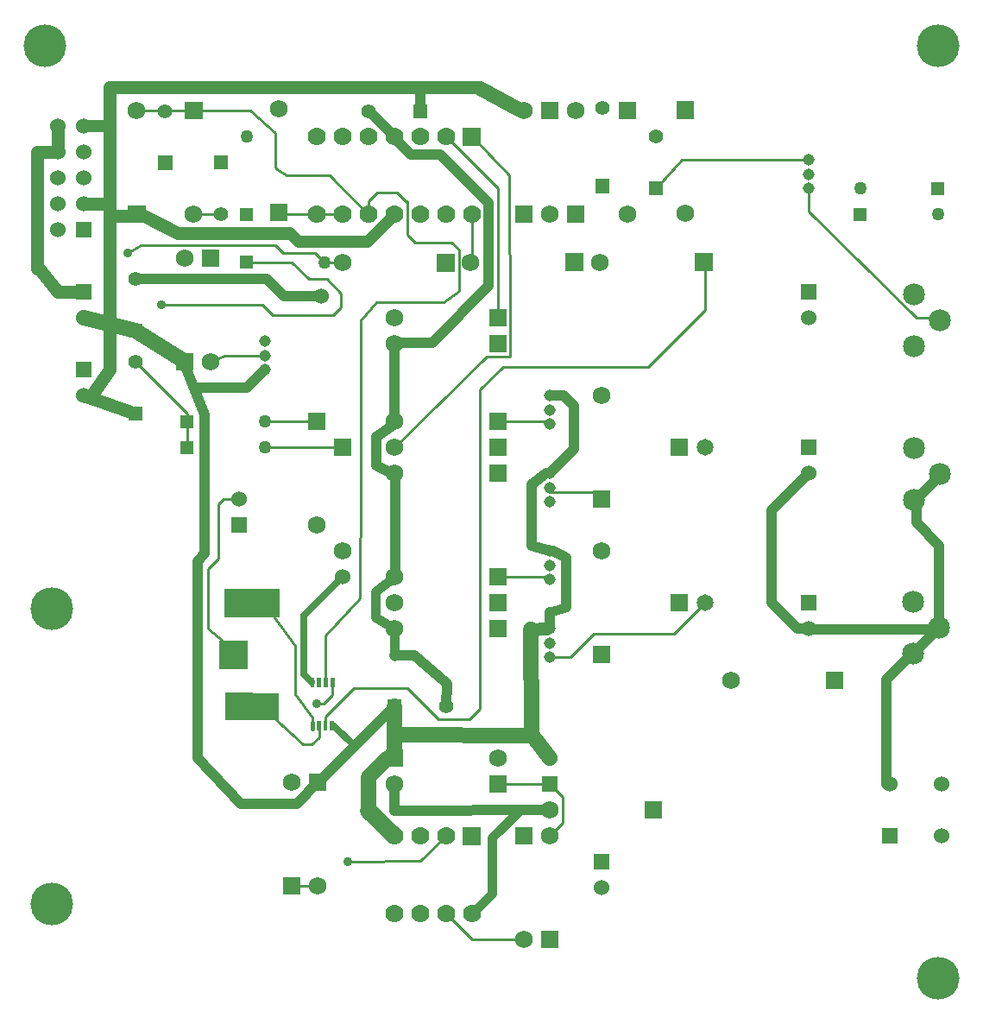
<source format=gtl>
G04 start of page 2 for group 0 idx 0 *
G04 Title: (unknown), top *
G04 Creator: pcb 20110918 *
G04 CreationDate: Mon 05 May 2014 14:42:08 GMT UTC *
G04 For: ksarkies *
G04 Format: Gerber/RS-274X *
G04 PCB-Dimensions: 390000 390000 *
G04 PCB-Coordinate-Origin: lower left *
%MOIN*%
%FSLAX25Y25*%
%LNTOP*%
%ADD35C,0.0430*%
%ADD34C,0.1140*%
%ADD33C,0.0280*%
%ADD32C,0.0300*%
%ADD31C,0.0290*%
%ADD30C,0.0380*%
%ADD29C,0.0200*%
%ADD28C,0.0360*%
%ADD27C,0.0160*%
%ADD26R,0.0160X0.0160*%
%ADD25C,0.1650*%
%ADD24C,0.0700*%
%ADD23C,0.0850*%
%ADD22C,0.0680*%
%ADD21C,0.0001*%
%ADD20C,0.0650*%
%ADD19C,0.0250*%
%ADD18C,0.0350*%
%ADD17C,0.0150*%
%ADD16C,0.0600*%
%ADD15C,0.0450*%
%ADD14C,0.0500*%
%ADD13C,0.0550*%
%ADD12C,0.0400*%
%ADD11C,0.0100*%
G54D11*X193428Y358300D02*X193500Y358800D01*
X209000Y350000D03*
X320000Y311000D02*X361750Y270000D01*
X280000Y290000D02*Y273000D01*
G54D12*X196500Y314300D02*Y282300D01*
G54D11*X320000Y331000D02*X271000D01*
X320000Y311000D02*Y320000D01*
X261000D02*X271000Y331000D01*
X209000Y350000D02*X210000D01*
X370000Y270000D02*X361750D01*
X280000Y273000D02*X258000Y251000D01*
X202000D01*
G54D13*X193100Y358700D02*X209000Y350000D01*
G54D12*X170000D02*Y358586D01*
X169700Y358886D01*
X150000Y350000D02*X160000Y340000D01*
G54D11*X86100Y350000D02*X104500D01*
X114100Y341200D01*
X104500Y350000D02*X85500D01*
X86100D01*
X85500D03*
X104500D03*
X85500D02*X63500D01*
G54D14*X192959Y358900D02*X50000Y359000D01*
G54D15*Y344000D02*X40000D01*
G54D11*X149700Y310100D02*X135000Y325000D01*
X118500D02*X135000D01*
X116500Y310000D02*X130000D01*
G54D15*X119800Y302600D02*X122900Y299500D01*
G54D11*X129500Y295000D03*
X117000D02*X129500D01*
X133000Y291500D02*X129500Y295000D01*
G54D15*X122900Y299500D02*X149700D01*
G54D11*X130000Y310000D02*X140000D01*
X150000Y310600D02*Y310100D01*
Y310000D02*Y310100D01*
X149700D01*
X134000Y285000D02*X127000D01*
X133250Y291250D02*X138850D01*
X140400Y289700D01*
X127000Y285000D02*X120500Y291500D01*
X114600Y327400D02*X118500Y325000D01*
X114100Y341200D02*Y327900D01*
X114000Y298000D02*X117000Y295000D01*
G54D12*X78950Y252450D02*Y252650D01*
G54D14*X50000Y250000D02*Y292900D01*
G54D11*X70000Y275000D02*X109000D01*
G54D16*X60000Y265000D02*X78700Y253400D01*
G54D11*X94500Y255500D02*X89000Y253000D01*
G54D12*X110000Y250000D02*X103000Y243000D01*
X83000D01*
G54D11*X82664Y243336D01*
G54D14*X50000Y293000D02*Y359000D01*
G54D11*X57000Y295000D02*X62000Y298000D01*
G54D14*X63500Y309200D02*X51200D01*
G54D11*X50000Y308000D01*
X110000Y255500D02*X94500D01*
X62000Y298000D02*X114000D01*
X93000Y310000D02*X85500D01*
X120500Y291500D02*X103000D01*
X114100Y327900D02*X114600Y327400D01*
X63500Y310000D02*Y309200D01*
G54D14*X76400Y302800D01*
G54D11*X93000Y310000D02*Y309400D01*
G54D14*X76400Y302800D02*X119000D01*
G54D11*X119200Y302600D01*
G54D17*X119800D01*
G54D11*X93000Y310000D02*Y309400D01*
G54D12*X110800Y284900D02*X60100D01*
G54D18*X60000Y285000D02*Y285100D01*
X59900D01*
G54D11*X20000Y320000D02*X22000Y322000D01*
G54D14*X50000Y314000D02*X40000D01*
X22000Y334000D02*X30000D01*
Y344000D01*
Y280000D02*X22000Y290000D01*
Y289000D02*Y334000D01*
G54D12*X60100Y284900D02*X59900Y285100D01*
X60000Y285000D02*Y285100D01*
X59900D01*
X39800Y270100D02*X39900Y270000D01*
G54D16*X60000Y265000D02*X40000Y270000D01*
X39900D01*
X40000D02*X39900D01*
X60000Y265000D03*
G54D12*X39900Y240100D02*X40000Y240000D01*
G54D14*X60000Y233000D01*
G54D12*X59800D01*
X78550Y252750D02*X86600Y232700D01*
G54D11*X40000Y240000D02*X43000D01*
G54D14*X50000Y250000D01*
G54D11*X80000Y233000D02*X60000Y253000D01*
G54D14*X40000Y280000D02*X30000D01*
G54D11*X200000Y320000D02*X180000Y340000D01*
X204500Y324900D02*X190000Y340000D01*
G54D12*X166300Y333000D02*X177800D01*
X196500Y314300D01*
G54D11*X204500Y324900D02*X204850Y264700D01*
X190000Y290000D02*Y310000D01*
X200000Y270000D02*Y320000D01*
G54D12*X160550Y339450D02*Y338750D01*
X166300Y333000D01*
X160000Y310000D02*Y309800D01*
Y310000D02*Y309800D01*
G54D11*X165000Y302000D02*Y315000D01*
G54D12*X160000Y340000D02*Y339450D01*
X160550D01*
G54D11*X179000Y276000D02*X185000Y280500D01*
Y296500D01*
X182000Y299000D01*
X168000D01*
X165000Y302000D01*
X165100Y314500D02*X161200Y318400D01*
X153300D01*
X150000Y315100D01*
Y310600D01*
Y310000D02*Y310100D01*
Y310600D01*
Y310100D02*Y310600D01*
G54D15*X149700Y299500D02*X160000Y309800D01*
G54D11*X150000Y310000D02*Y310100D01*
Y310000D02*Y310100D01*
X149700D01*
X150000D02*Y310000D01*
G54D12*X196500Y282300D02*X174600Y260400D01*
X161400D01*
X160000D02*X160400D01*
X161000D02*X161400D01*
X161000D01*
X160400D01*
X161000D01*
G54D11*X220000Y240000D02*X220950D01*
X220000D02*Y241300D01*
X219700D01*
X202000Y251000D02*X193000Y242500D01*
X153000Y276000D02*X179000D01*
G54D12*X131800Y278400D02*X117300D01*
X110800Y284900D01*
G54D11*X109000Y275000D02*X113000Y271000D01*
X136500D01*
X147000Y269000D02*X153000Y276000D01*
X136500Y271000D02*X139500Y274000D01*
Y279500D01*
X134000Y285000D01*
X240000Y202750D02*Y200000D01*
X268000Y148000D02*X280000Y160000D01*
X268000Y148000D02*X236950D01*
G54D12*X315600Y150000D02*X305700Y159900D01*
Y195700D01*
X320000Y210000D01*
Y150000D02*X315600D01*
X320000D02*Y149550D01*
D03*
X370400Y150400D02*X360000Y140000D01*
Y140600D01*
X360300D01*
X370000Y149550D02*X370350D01*
X360300Y140600D02*X350100Y130400D01*
Y90100D01*
X350000D02*X350100D01*
X350000Y90000D02*Y90100D01*
X320000Y149550D02*X370000D01*
X370400Y182100D02*Y150400D01*
X370000Y150000D02*Y149550D01*
X370350D01*
X370000Y208500D02*X361600Y200100D01*
Y190900D01*
X370400Y182100D01*
X370000Y210000D02*Y208500D01*
G54D11*X180000Y40000D02*X190000Y30000D01*
X210000D02*X190000D01*
G54D18*X197800Y47800D02*X190000Y40000D01*
G54D11*X227950Y139000D02*X236950Y148000D01*
G54D12*X221250Y180000D02*X226250Y177300D01*
G54D11*X221250Y180000D02*X220000D01*
Y170000D02*Y169000D01*
G54D12*X226250Y177300D02*X226350Y158250D01*
G54D11*X227950Y139000D02*X220000D01*
G54D18*X226350Y158250D02*X219950Y156450D01*
G54D11*X220000Y170000D02*X200000D01*
G54D12*X219950Y156450D02*Y150700D01*
X220000Y150000D02*Y150700D01*
X219950D01*
G54D11*X240000Y202750D02*X220000D01*
Y204500D02*Y202750D01*
G54D12*X229400Y219400D02*X220000Y210000D01*
G54D14*X218750Y150000D02*X212750Y149700D01*
G54D12*X218750Y210000D02*X213150Y205800D01*
Y182050D01*
G54D11*X193000Y242500D02*Y142000D01*
G54D12*X213150Y182050D02*X220000Y180000D01*
G54D11*X195549Y254951D02*X160000Y220000D01*
X204850Y255000D02*X195500Y254950D01*
X220000Y230000D02*X200000D01*
X220000D02*Y229000D01*
X219700Y241300D02*X220950Y240000D01*
X204850Y264700D02*Y255000D01*
G54D12*X220000Y240000D02*X220950D01*
X225500D02*X229400Y236100D01*
Y219400D01*
X220950Y240000D02*X225500D01*
X160800Y229200D02*X153000Y223900D01*
X160400Y260400D02*X160000Y260000D01*
X161000Y260400D01*
X161400D01*
X160000Y260000D02*Y230000D01*
Y260000D02*Y260400D01*
X153000Y213100D02*X159400Y209800D01*
Y209400D02*X160000Y210000D01*
Y209400D01*
X160500D02*Y170500D01*
X160000Y209400D02*X160500D01*
G54D18*X160000Y170000D02*X152600Y164400D01*
G54D11*X146600Y161700D02*X146900Y208200D01*
X147050Y208050D01*
G54D12*X160500Y170500D02*X160050Y170050D01*
G54D18*X160000Y150000D02*X160200Y139300D01*
X160000Y170000D02*Y170050D01*
X160050D01*
X160000Y170000D02*Y170050D01*
X160050D01*
G54D12*X153000Y223900D02*Y213100D01*
G54D11*X146900Y208400D02*X147000Y269000D01*
G54D18*X152600Y154200D02*X160000Y150000D01*
X152600Y164400D02*Y154200D01*
G54D11*X133500Y147400D02*X146700Y161700D01*
X133500Y129200D02*Y147400D01*
X136100Y124300D02*Y129200D01*
Y128400D01*
X121874Y143399D02*X110064Y159485D01*
X100000Y140000D03*
X88000Y150000D01*
G54D19*X128100Y129200D02*X124900Y132400D01*
G54D11*X108700Y120100D02*X109000Y119800D01*
X124600Y105300D02*X108700Y120100D01*
X128300Y115700D02*X121824Y124699D01*
G54D19*X124900Y132400D02*Y154900D01*
G54D11*X121874Y124599D02*Y143399D01*
G54D12*X84000Y176000D02*Y100000D01*
G54D11*X133500Y116100D02*X144400Y127000D01*
G54D19*X140000Y170000D02*X139700Y169700D01*
G54D11*X140000Y220000D02*X110000D01*
G54D12*X86600Y178900D02*X84000Y176000D01*
G54D11*X88000Y150000D02*Y173000D01*
X92000Y177000D01*
G54D12*X86600Y232700D02*Y178900D01*
G54D11*X92000Y177000D02*Y198000D01*
X94000Y200000D01*
X100000D01*
X130000Y230000D02*X110000D01*
X80000Y220000D02*Y233000D01*
G54D19*X124900Y154900D02*X140000Y170000D01*
G54D11*X160000Y71100D02*Y72500D01*
G54D16*Y100000D02*Y99600D01*
G54D11*Y71100D02*X158900D01*
X160000D02*Y70000D01*
Y71100D01*
G54D16*X213300Y108800D02*X159978Y108900D01*
G54D12*X179700Y109100D02*X179400Y108800D01*
X179500D01*
X179700Y108600D01*
G54D11*X142000Y60300D02*X141900Y60100D01*
X142200Y60000D02*Y60300D01*
X142000D01*
X120290Y50570D02*X130290D01*
X141900Y60100D02*X170200Y60200D01*
G54D16*X160000Y100000D02*Y99600D01*
G54D12*Y90000D02*X159900Y79700D01*
G54D11*X160000Y72500D02*Y71100D01*
X170200Y60200D02*X180000Y70000D01*
X160000D02*Y71100D01*
X158900D01*
G54D16*X150200Y92800D02*Y79800D01*
G54D20*X160000Y70000D01*
G54D12*X158900Y71100D01*
X150200Y79800D02*X150000D01*
G54D11*X160000Y70000D02*Y71100D01*
G54D18*X197800Y69200D02*Y47800D01*
G54D16*X159950Y119950D02*X160000Y100000D01*
G54D12*Y120000D02*X159550Y119550D01*
X160193Y139700D02*X167800D01*
X179700Y129200D01*
X180231Y128731D02*X180200Y120100D01*
G54D11*X189000Y115000D02*X177000D01*
X165000Y127000D01*
G54D16*X212750Y149700D02*X212886Y110850D01*
G54D11*X193000Y142000D02*Y130000D01*
Y119000D01*
X189000Y115000D01*
G54D12*X160000Y99600D02*X157000D01*
G54D16*X150200Y92800D01*
G54D12*X130290Y90570D02*X130570D01*
G54D19*X136000Y96000D02*X134300Y94300D01*
G54D12*X84000Y100000D02*X100800Y82500D01*
X122220D01*
X130290Y90570D01*
G54D11*X128200Y105300D02*X124600D01*
X130900Y108000D02*X128200Y105300D01*
X130900Y112500D02*Y108000D01*
G54D12*X130570Y90570D02*X160000Y120000D01*
G54D19*X136700Y112500D02*X144600Y104600D01*
G54D11*X165000Y127000D02*X144400D01*
X129900Y120900D02*X132700D01*
X136100Y124300D01*
X133500Y116100D02*Y112600D01*
X133150Y112250D01*
X128300Y113600D02*Y115700D01*
G54D16*X213300Y108800D02*X220000Y100000D01*
G54D12*X219700Y79900D02*X159900Y79700D01*
G54D11*X224900Y85100D02*X220000Y90000D01*
X200000D02*X220000D01*
X224900Y85100D02*Y74900D01*
G54D12*X220000Y80000D02*Y79900D01*
X219700D01*
G54D11*X224900Y74900D02*X220000Y70000D01*
G54D18*X208600Y80000D02*X197800Y69200D01*
G54D21*G36*
X196600Y263400D02*Y256600D01*
X203400D01*
Y263400D01*
X196600D01*
G37*
G54D22*X160000Y260000D03*
G54D21*G36*
X196600Y273400D02*Y266600D01*
X203400D01*
Y273400D01*
X196600D01*
G37*
G54D22*X160000Y270000D03*
G54D15*X320000Y320000D03*
G54D21*G36*
X258250Y322750D02*Y317250D01*
X263750D01*
Y322750D01*
X258250D01*
G37*
G36*
X237650Y323650D02*Y318150D01*
X243150D01*
Y323650D01*
X237650D01*
G37*
G54D15*X320000Y325500D03*
G54D21*G36*
X317000Y283000D02*Y277000D01*
X323000D01*
Y283000D01*
X317000D01*
G37*
G54D16*X320000Y270000D03*
G54D23*X360600Y279000D03*
X370600Y269000D03*
X360600Y259000D03*
G54D24*X170000Y310000D03*
G54D22*X139900Y291200D03*
G54D24*X180000Y310000D03*
G54D21*G36*
X226100Y294900D02*Y288100D01*
X232900D01*
Y294900D01*
X226100D01*
G37*
G54D22*X189500Y291500D03*
G54D21*G36*
X276100Y294900D02*Y288100D01*
X282900D01*
Y294900D01*
X276100D01*
G37*
G54D22*X239500Y291500D03*
G54D21*G36*
X176500Y294600D02*Y287800D01*
X183300D01*
Y294600D01*
X176500D01*
G37*
G54D24*X190000Y310000D03*
G54D22*X272450Y310200D03*
X220000Y310000D03*
G54D21*G36*
X226600Y313400D02*Y306600D01*
X233400D01*
Y313400D01*
X226600D01*
G37*
G54D22*X250000Y310000D03*
G54D21*G36*
X337500Y312500D02*Y307500D01*
X342500D01*
Y312500D01*
X337500D01*
G37*
G54D14*X370000Y310000D03*
G54D21*G36*
X367500Y322500D02*Y317500D01*
X372500D01*
Y322500D01*
X367500D01*
G37*
G54D14*X340000Y320000D03*
G54D21*G36*
X269050Y353600D02*Y346800D01*
X275850D01*
Y353600D01*
X269050D01*
G37*
G54D13*X261000Y340000D03*
G54D25*X370000Y375000D03*
G54D22*X210000Y350000D03*
G54D21*G36*
X186500Y343500D02*Y336500D01*
X193500D01*
Y343500D01*
X186500D01*
G37*
G36*
X167250Y352350D02*Y346850D01*
X172750D01*
Y352350D01*
X167250D01*
G37*
G54D13*X150000Y349600D03*
G54D14*X103000Y340000D03*
G54D15*X320000Y331000D03*
G54D21*G36*
X90250Y332750D02*Y327250D01*
X95750D01*
Y332750D01*
X90250D01*
G37*
G36*
X216600Y353400D02*Y346600D01*
X223400D01*
Y353400D01*
X216600D01*
G37*
G54D22*X230000Y350000D03*
G54D21*G36*
X246600Y353400D02*Y346600D01*
X253400D01*
Y353400D01*
X246600D01*
G37*
G54D13*X240400Y350900D03*
G54D21*G36*
X206600Y313400D02*Y306600D01*
X213400D01*
Y313400D01*
X206600D01*
G37*
G36*
X100500Y312500D02*Y307500D01*
X105500D01*
Y312500D01*
X100500D01*
G37*
G36*
X111900Y314000D02*Y307200D01*
X118700D01*
Y314000D01*
X111900D01*
G37*
G54D22*X115300Y350600D03*
G54D21*G36*
X326600Y133400D02*Y126600D01*
X333400D01*
Y133400D01*
X326600D01*
G37*
G54D22*X290000Y130000D03*
G54D15*X220000Y150000D03*
Y144500D03*
Y139000D03*
G54D21*G36*
X236600Y143400D02*Y136600D01*
X243400D01*
Y143400D01*
X236600D01*
G37*
G54D15*X220000Y169000D03*
G54D21*G36*
X196600Y163400D02*Y156600D01*
X203400D01*
Y163400D01*
X196600D01*
G37*
G54D22*X160000Y160000D03*
G54D21*G36*
X266750Y163250D02*Y156750D01*
X273250D01*
Y163250D01*
X266750D01*
G37*
G54D20*X280000Y160000D03*
G54D21*G36*
X196600Y173400D02*Y166600D01*
X203400D01*
Y173400D01*
X196600D01*
G37*
G36*
X317000Y163000D02*Y157000D01*
X323000D01*
Y163000D01*
X317000D01*
G37*
G54D23*X360500Y160200D03*
G54D16*X320000Y150000D03*
G54D23*X370500Y150200D03*
X360500Y140200D03*
G54D15*X220000Y180000D03*
Y210000D03*
Y204500D03*
Y199000D03*
G54D21*G36*
X236600Y203400D02*Y196600D01*
X243400D01*
Y203400D01*
X236600D01*
G37*
G54D22*X240000Y240000D03*
G54D15*X220000Y174500D03*
Y240000D03*
Y234500D03*
Y229000D03*
G54D21*G36*
X266750Y223250D02*Y216750D01*
X273250D01*
Y223250D01*
X266750D01*
G37*
G54D20*X280000Y220000D03*
G54D22*X240000Y180000D03*
G54D21*G36*
X317000Y223000D02*Y217000D01*
X323000D01*
Y223000D01*
X317000D01*
G37*
G54D23*X360800Y219800D03*
G54D16*X320000Y210000D03*
G54D23*X370800Y209800D03*
X360800Y199800D03*
G54D21*G36*
X237000Y63000D02*Y57000D01*
X243000D01*
Y63000D01*
X237000D01*
G37*
G36*
X256600Y83400D02*Y76600D01*
X263400D01*
Y83400D01*
X256600D01*
G37*
G54D16*X240000Y50000D03*
G54D21*G36*
X206600Y73400D02*Y66600D01*
X213400D01*
Y73400D01*
X206600D01*
G37*
G36*
X217000Y93000D02*Y87000D01*
X223000D01*
Y93000D01*
X217000D01*
G37*
G54D16*X220000Y100000D03*
G54D22*Y80000D03*
G54D25*X370000Y15000D03*
G54D21*G36*
X348400Y72900D02*Y66900D01*
X354400D01*
Y72900D01*
X348400D01*
G37*
G54D16*X371400Y69900D03*
X351400Y89900D03*
X371400D03*
G54D24*X180000Y340000D03*
X170000D03*
X160000D03*
X150000D03*
X140000D03*
X130000D03*
Y310000D03*
G54D14*X133000Y291500D03*
G54D24*X140000Y310000D03*
X150000D03*
X160000D03*
G54D15*X110000Y250000D03*
Y255500D03*
Y261000D03*
G54D25*X25000Y375000D03*
G54D21*G36*
X79100Y353400D02*Y346600D01*
X85900D01*
Y353400D01*
X79100D01*
G37*
G54D22*X60500Y350000D03*
G54D13*X71500Y349800D03*
G54D21*G36*
X75600Y256400D02*Y249600D01*
X82400D01*
Y256400D01*
X75600D01*
G37*
G54D13*X93000Y310000D03*
G54D21*G36*
X100500Y294000D02*Y289000D01*
X105500D01*
Y294000D01*
X100500D01*
G37*
G36*
X85600Y296400D02*Y289600D01*
X92400D01*
Y296400D01*
X85600D01*
G37*
G54D22*X89000Y253000D03*
X79000Y293000D03*
G54D13*X60000Y285000D03*
Y253000D03*
G54D21*G36*
X37000D02*Y247000D01*
X43000D01*
Y253000D01*
X37000D01*
G37*
G54D16*X40000Y270000D03*
G54D21*G36*
X57250Y267750D02*Y262250D01*
X62750D01*
Y267750D01*
X57250D01*
G37*
G54D22*X82500Y310000D03*
G54D21*G36*
X57100Y313400D02*Y306600D01*
X63900D01*
Y313400D01*
X57100D01*
G37*
G36*
X68750Y332550D02*Y327050D01*
X74250D01*
Y332550D01*
X68750D01*
G37*
G36*
X37000Y283000D02*Y277000D01*
X43000D01*
Y283000D01*
X37000D01*
G37*
G36*
Y307000D02*Y301000D01*
X43000D01*
Y307000D01*
X37000D01*
G37*
G54D16*X30000Y304000D03*
X40000Y314000D03*
X30000D03*
X40000Y324000D03*
X30000D03*
X40000Y334000D03*
X30000D03*
X40000Y344000D03*
X30000D03*
G54D22*X160000Y170000D03*
Y150000D03*
Y90000D03*
G54D21*G36*
X156600Y103400D02*Y96600D01*
X163400D01*
Y103400D01*
X156600D01*
G37*
G36*
X157250Y122750D02*Y117250D01*
X162750D01*
Y122750D01*
X157250D01*
G37*
G36*
X196600Y153400D02*Y146600D01*
X203400D01*
Y153400D01*
X196600D01*
G37*
G54D13*X180000Y120000D03*
G54D21*G36*
X196600Y93400D02*Y86600D01*
X203400D01*
Y93400D01*
X196600D01*
G37*
G36*
X186500Y73500D02*Y66500D01*
X193500D01*
Y73500D01*
X186500D01*
G37*
G54D22*X200000Y100000D03*
G54D24*X160000Y70000D03*
G54D21*G36*
X126890Y93970D02*Y87170D01*
X133690D01*
Y93970D01*
X126890D01*
G37*
G54D22*X120290Y90570D03*
G54D24*X160000Y40000D03*
G54D25*X27559Y43543D03*
G54D22*X130290Y50570D03*
G54D21*G36*
X116890Y53970D02*Y47170D01*
X123690D01*
Y53970D01*
X116890D01*
G37*
G54D22*X210000Y30000D03*
G54D24*X180000Y70000D03*
X170000D03*
Y40000D03*
X180000D03*
X190000D03*
G54D21*G36*
X216600Y33400D02*Y26600D01*
X223400D01*
Y33400D01*
X216600D01*
G37*
G54D22*X220000Y70000D03*
G54D21*G36*
X196600Y223400D02*Y216600D01*
X203400D01*
Y223400D01*
X196600D01*
G37*
G54D22*X160000Y220000D03*
G54D21*G36*
X196600Y213400D02*Y206600D01*
X203400D01*
Y213400D01*
X196600D01*
G37*
G54D22*X160000Y210000D03*
G54D21*G36*
X196600Y233400D02*Y226600D01*
X203400D01*
Y233400D01*
X196600D01*
G37*
G54D22*X160000Y230000D03*
G54D21*G36*
X57250Y235750D02*Y230250D01*
X62750D01*
Y235750D01*
X57250D01*
G37*
G54D16*X40000Y240000D03*
G54D21*G36*
X77500Y222500D02*Y217500D01*
X82500D01*
Y222500D01*
X77500D01*
G37*
G36*
Y232500D02*Y227500D01*
X82500D01*
Y232500D01*
X77500D01*
G37*
G54D14*X110000Y220000D03*
Y230000D03*
G54D21*G36*
X126600Y233400D02*Y226600D01*
X133400D01*
Y233400D01*
X126600D01*
G37*
G36*
X136600Y223400D02*Y216600D01*
X143400D01*
Y223400D01*
X136600D01*
G37*
G54D22*X130000Y190000D03*
X140000Y180000D03*
G54D21*G36*
X97000Y193000D02*Y187000D01*
X103000D01*
Y193000D01*
X97000D01*
G37*
G54D16*X100000Y200000D03*
G54D25*X27559Y157717D03*
G54D21*G36*
X104850Y125050D02*Y114550D01*
X115350D01*
Y125050D01*
X104850D01*
G37*
G36*
X104600Y165300D02*Y154300D01*
X115600D01*
Y165300D01*
X104600D01*
G37*
G36*
X92500Y145500D02*Y134500D01*
X103500D01*
Y145500D01*
X92500D01*
G37*
G36*
X94750Y125250D02*Y114750D01*
X105250D01*
Y125250D01*
X94750D01*
G37*
G36*
X94500Y165500D02*Y154500D01*
X105500D01*
Y165500D01*
X94500D01*
G37*
G54D26*X136100Y130300D02*Y128100D01*
X133500Y130300D02*Y128100D01*
X131000Y130300D02*Y128100D01*
G54D27*X128300Y113600D02*Y111400D01*
G54D26*X130900Y113600D02*Y111400D01*
X133400Y113600D02*Y111400D01*
X136000Y113600D02*Y111400D01*
X128400Y130300D02*Y128100D01*
G54D28*X142200Y60000D03*
G54D16*X131800Y278400D03*
G54D28*X129900Y120900D03*
G54D16*X140000Y170000D03*
G54D28*X70000Y275000D03*
X57000Y295000D03*
G54D29*G54D18*G54D29*G54D18*G54D29*G54D30*G54D31*G54D32*G54D31*G54D30*G54D33*G54D30*G54D33*G54D30*G54D33*G54D30*G54D32*G54D30*G54D32*G54D34*G54D30*G54D33*G54D32*G54D31*G54D32*G54D30*G54D32*G54D30*G54D32*G54D30*G54D31*G54D30*G54D31*G54D30*G54D35*G54D30*G54D33*G54D30*G54D33*G54D31*G54D30*G54D31*G54D35*G54D30*G54D33*G54D30*G54D33*G54D32*G54D30*G54D32*G54D30*G54D32*G54D30*G54D34*G54D30*G54D33*G54D32*G54D33*G54D31*G54D34*G54D30*G54D32*G54D30*G54D32*G54D30*G54D32*G54D30*G54D32*G54D30*G54D32*G54D30*G54D32*G54D30*G54D33*G54D30*G54D33*G54D30*G54D33*G54D34*G54D30*G54D33*G54D30*G54D32*G54D30*G54D34*G54D32*G54D30*M02*

</source>
